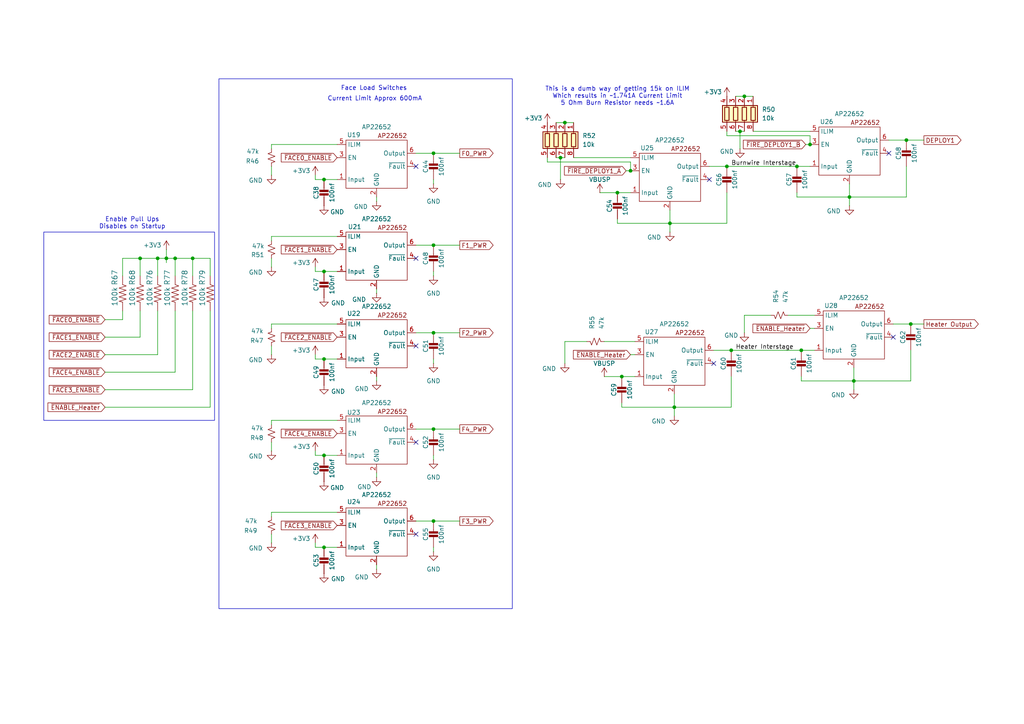
<source format=kicad_sch>
(kicad_sch (version 20250114) (generator "eeschema") (generator_version "9.0")
  (paper "A4")
  (lib_symbols
    (symbol "Adafruit ItsyBitsy RP2040-eagle-import:CAP_CERAMIC_0402NO"
      (property "Reference" "C" (at -2.29 1.25 90))
      (property "Value" "CAP_CERAMIC_0402NO" (at 2.3 1.25 90))
      (symbol "CAP_CERAMIC_0402NO_1_0"
        (rectangle (start -1.27 1.524) (end 1.27 2.032) (fill (type outline)))
        (rectangle (start -1.27 0.508) (end 1.27 1.016) (fill (type outline)))
        (polyline (pts (xy 0 2.54) (xy 0 1.778)) (stroke (width 0.1524)))
        (polyline (pts (xy 0 0.762) (xy 0 0)) (stroke (width 0.1524)))
        (pin passive line (at 0 5.08 270) (length 2.54) (name "1") (number "1"))
        (pin passive line (at 0 -2.54 90) (length 2.54) (name "2") (number "2"))
      )
    )
    (symbol "Device:R_Pack04" (pin_names (offset 0) (hide yes))
      (property "Reference" "RN" (at -7.62 0 90))
      (property "Value" "R_Pack04" (at 5.08 0 90))
      (symbol "R_Pack04_0_1"
        (rectangle (start -6.35 -2.413) (end 3.81 2.413) (stroke (width 0.254)) (fill (type background)))
        (rectangle (start -5.715 1.905) (end -4.445 -1.905) (stroke (width 0.254)))
        (polyline (pts (xy -5.08 1.905) (xy -5.08 2.54)))
        (polyline (pts (xy -5.08 -2.54) (xy -5.08 -1.905)))
        (rectangle (start -3.175 1.905) (end -1.905 -1.905) (stroke (width 0.254)))
        (polyline (pts (xy -2.54 1.905) (xy -2.54 2.54)))
        (polyline (pts (xy -2.54 -2.54) (xy -2.54 -1.905)))
        (rectangle (start -0.635 1.905) (end 0.635 -1.905) (stroke (width 0.254)))
        (polyline (pts (xy 0 1.905) (xy 0 2.54)))
        (polyline (pts (xy 0 -2.54) (xy 0 -1.905)))
        (rectangle (start 1.905 1.905) (end 3.175 -1.905) (stroke (width 0.254)))
        (polyline (pts (xy 2.54 1.905) (xy 2.54 2.54)))
        (polyline (pts (xy 2.54 -2.54) (xy 2.54 -1.905)))
      )
      (symbol "R_Pack04_1_1"
        (pin passive line (at -5.08 5.08 270) (length 2.54) (name "R1.2") (number "8"))
        (pin passive line (at -5.08 -5.08 90) (length 2.54) (name "R1.1") (number "1"))
        (pin passive line (at -2.54 5.08 270) (length 2.54) (name "R2.2") (number "7"))
        (pin passive line (at -2.54 -5.08 90) (length 2.54) (name "R2.1") (number "2"))
        (pin passive line (at 0 5.08 270) (length 2.54) (name "R3.2") (number "6"))
        (pin passive line (at 0 -5.08 90) (length 2.54) (name "R3.1") (number "3"))
        (pin passive line (at 2.54 5.08 270) (length 2.54) (name "R4.2") (number "5"))
        (pin passive line (at 2.54 -5.08 90) (length 2.54) (name "R4.1") (number "4"))
      )
    )
    (symbol "Device:R_Small_US" (pin_numbers (hide yes)) (pin_names (offset 0.254) (hide yes))
      (property "Reference" "R" (at 0.762 0.508 0))
      (property "Value" "R_Small_US" (at 0.762 -1.016 0))
      (symbol "R_Small_US_1_1"
        (polyline (pts (xy 0 1.524) (xy 1.016 1.143) (xy 0 0.762) (xy -1.016 0.381) (xy 0 0)))
        (polyline (pts (xy 0 0) (xy 1.016 -0.381) (xy 0 -0.762) (xy -1.016 -1.143) (xy 0 -1.524)))
        (pin passive line (at 0 2.54 270) (length 1.016) (name "~") (number "1"))
        (pin passive line (at 0 -2.54 90) (length 1.016) (name "~") (number "2"))
      )
    )
    (symbol "GND_1" (power) (pin_numbers (hide yes)) (pin_names (offset 0) (hide yes))
      (property "Value" "GND" (at 0 -3.81 0))
      (symbol "GND_1_0_1"
        (polyline (pts (xy 0 0) (xy 0 -1.27) (xy 1.27 -1.27) (xy 0 -2.54) (xy -1.27 -1.27) (xy 0 -1.27)))
      )
      (symbol "GND_1_1_1"
        (pin power_in line (at 0 0 270) (length 0) (name "~") (number "1"))
      )
    )
    (symbol "Power_Management:AP22652"
      (property "Reference" "U" (at -7.874 9.906 0))
      (symbol "AP22652_0_1"
        (rectangle (start -8.89 8.89) (end 8.89 -5.08))
      )
      (symbol "AP22652_1_1"
        (text "AP22652" (at 4.572 10.16 0) (effects (font (size 1.27 1.27))))
        (pin input line (at -11.43 7.62 0) (length 2.54) (name "ILIM") (number "5"))
        (pin input line (at -11.43 3.81 0) (length 2.54) (name "EN") (number "3"))
        (pin input line (at -11.43 -2.54 0) (length 2.54) (name "Input") (number "1"))
        (pin input line (at 0 -7.62 90) (length 2.54) (name "GND") (number "2"))
        (pin output line (at 11.43 5.08 180) (length 2.54) (name "Output") (number "6"))
        (pin output line (at 11.43 1.27 180) (length 2.54) (name "~{Fault}") (number "4"))
      )
    )
    (symbol "mainboard:R-US_R0603" (pin_names (offset 1.016))
      (property "Reference" "R" (at -3.81 1.4986 0))
      (property "Value" "R-US_R0603" (at -3.81 -3.302 0))
      (symbol "R-US_R0603_1_0"
        (polyline (pts (xy -2.54 0) (xy -2.159 1.016)))
        (polyline (pts (xy -2.159 1.016) (xy -1.524 -1.016)))
        (polyline (pts (xy -1.524 -1.016) (xy -0.889 1.016)))
        (polyline (pts (xy -0.889 1.016) (xy -0.254 -1.016)))
        (polyline (pts (xy -0.254 -1.016) (xy 0.381 1.016)))
        (polyline (pts (xy 0.381 1.016) (xy 1.016 -1.016)))
        (polyline (pts (xy 1.016 -1.016) (xy 1.651 1.016)))
        (polyline (pts (xy 1.651 1.016) (xy 2.286 -1.016)))
        (polyline (pts (xy 2.286 -1.016) (xy 2.54 0)))
        (pin passive line (at -5.08 0 0) (length 2.54) (name "1") (number "1"))
        (pin passive line (at 5.08 0 180) (length 2.54) (name "2") (number "2"))
      )
    )
    (symbol "power:+3V3" (power) (pin_numbers (hide yes)) (pin_names (offset 0) (hide yes))
      (property "Value" "+3V3" (at 0 3.556 0))
      (symbol "+3V3_0_1"
        (polyline (pts (xy -0.762 1.27) (xy 0 2.54)))
        (polyline (pts (xy 0 2.54) (xy 0.762 1.27)))
        (polyline (pts (xy 0 0) (xy 0 2.54)))
      )
      (symbol "+3V3_1_1"
        (pin power_in line (at 0 0 90) (length 0) (name "~") (number "1"))
      )
    )
    (symbol "power:VBUS" (power) (pin_numbers (hide yes)) (pin_names (offset 0) (hide yes))
      (property "Value" "VBUS" (at 0 3.556 0))
      (symbol "VBUS_0_1"
        (polyline (pts (xy -0.762 1.27) (xy 0 2.54)))
        (polyline (pts (xy 0 2.54) (xy 0.762 1.27)))
        (polyline (pts (xy 0 0) (xy 0 2.54)))
      )
      (symbol "VBUS_1_1"
        (pin power_in line (at 0 0 90) (length 0) (name "~") (number "1"))
      )
    )
  )
  (rectangle (start 12.7 67.31) (end 62.23 121.92))
  (rectangle (start 63.5 22.86) (end 148.59 176.53))
  (text "Current Limit Approx 600mA" (at 108.712 28.702 0) (effects (font (size 1.27 1.27))))
  (text "This is a dumb way of getting 15k on ILIM\nWhich results in ~1.741A Current Limit\n5 Ohm Burn Resistor needs ~1.6A" (at 179.07 27.94 0) (effects (font (size 1.27 1.27))))
  (text "Enable Pull Ups\nDisables on Startup" (at 38.354 64.77 0) (effects (font (size 1.27 1.27))))
  (text "Face Load Switches\n" (at 108.458 25.654 0) (effects (font (size 1.27 1.27))))
  (junction (at 45.72 74.93))
  (junction (at 215.9 27.94))
  (junction (at 214.63 38.1))
  (junction (at 125.73 96.52))
  (junction (at 163.83 35.56))
  (junction (at 179.07 55.88))
  (junction (at 262.89 40.64))
  (junction (at 40.64 74.93))
  (junction (at 162.56 45.72))
  (junction (at 180.34 109.22))
  (junction (at 264.16 93.98))
  (junction (at 212.09 101.6))
  (junction (at 195.58 118.11))
  (junction (at 93.98 132.08))
  (junction (at 93.98 158.75))
  (junction (at 232.41 101.6))
  (junction (at 125.73 124.46))
  (junction (at 93.98 78.74))
  (junction (at 247.65 110.49))
  (junction (at 246.38 57.15))
  (junction (at 93.98 104.14))
  (junction (at 210.82 48.26))
  (junction (at 194.31 64.77))
  (junction (at 234.95 41.91))
  (junction (at 55.88 74.93))
  (junction (at 182.88 49.53))
  (junction (at 125.73 71.12))
  (junction (at 50.8 74.93))
  (junction (at 125.73 44.45))
  (junction (at 231.14 48.26))
  (junction (at 93.98 52.07))
  (junction (at 125.73 151.13))
  (junction (at 48.26 74.93))
  (no_connect (at 120.65 128.27))
  (no_connect (at 120.65 100.33))
  (no_connect (at 257.81 44.45))
  (no_connect (at 259.08 97.79))
  (no_connect (at 120.65 74.93))
  (no_connect (at 205.74 52.07))
  (no_connect (at 120.65 154.94))
  (no_connect (at 207.01 105.41))
  (no_connect (at 120.65 48.26))
  (wire (pts (xy 163.83 99.06) (xy 163.83 105.41)))
  (wire (pts (xy 262.89 40.64) (xy 267.97 40.64)))
  (wire (pts (xy 78.74 121.92) (xy 97.79 121.92)))
  (wire (pts (xy 232.41 109.22) (xy 232.41 110.49)))
  (wire (pts (xy 214.63 38.1) (xy 215.9 38.1)))
  (wire (pts (xy 218.44 38.1) (xy 234.95 38.1)))
  (wire (pts (xy 40.64 74.93) (xy 40.64 80.01)))
  (wire (pts (xy 210.82 55.88) (xy 210.82 64.77)))
  (wire (pts (xy 50.8 107.95) (xy 50.8 90.17)))
  (wire (pts (xy 125.73 132.08) (xy 125.73 133.35)))
  (wire (pts (xy 78.74 48.26) (xy 78.74 50.8)))
  (wire (pts (xy 35.56 80.01) (xy 35.56 74.93)))
  (wire (pts (xy 182.88 46.99) (xy 158.75 46.99)))
  (wire (pts (xy 233.68 41.91) (xy 234.95 41.91)))
  (wire (pts (xy 93.98 104.14) (xy 97.79 104.14)))
  (wire (pts (xy 212.09 118.11) (xy 195.58 118.11)))
  (wire (pts (xy 30.48 92.71) (xy 35.56 92.71)))
  (wire (pts (xy 161.29 35.56) (xy 163.83 35.56)))
  (wire (pts (xy 78.74 128.27) (xy 78.74 130.81)))
  (wire (pts (xy 210.82 48.26) (xy 231.14 48.26)))
  (wire (pts (xy 97.79 93.98) (xy 78.74 93.98)))
  (wire (pts (xy 40.64 74.93) (xy 45.72 74.93)))
  (wire (pts (xy 60.96 80.01) (xy 60.96 74.93)))
  (wire (pts (xy 91.44 130.81) (xy 91.44 132.08)))
  (wire (pts (xy 35.56 74.93) (xy 40.64 74.93)))
  (wire (pts (xy 120.65 96.52) (xy 125.73 96.52)))
  (wire (pts (xy 55.88 74.93) (xy 50.8 74.93)))
  (wire (pts (xy 91.44 132.08) (xy 93.98 132.08)))
  (wire (pts (xy 194.31 60.96) (xy 194.31 64.77)))
  (wire (pts (xy 205.74 48.26) (xy 210.82 48.26)))
  (wire (pts (xy 120.65 44.45) (xy 125.73 44.45)))
  (wire (pts (xy 78.74 93.98) (xy 78.74 95.25)))
  (wire (pts (xy 264.16 110.49) (xy 247.65 110.49)))
  (wire (pts (xy 180.34 116.84) (xy 180.34 118.11)))
  (wire (pts (xy 125.73 71.12) (xy 133.35 71.12)))
  (wire (pts (xy 158.75 46.99) (xy 158.75 45.72)))
  (wire (pts (xy 60.96 74.93) (xy 55.88 74.93)))
  (wire (pts (xy 246.38 57.15) (xy 246.38 59.69)))
  (wire (pts (xy 195.58 118.11) (xy 195.58 120.65)))
  (wire (pts (xy 161.29 45.72) (xy 162.56 45.72)))
  (wire (pts (xy 231.14 48.26) (xy 234.95 48.26)))
  (wire (pts (xy 93.98 52.07) (xy 97.79 52.07)))
  (wire (pts (xy 179.07 55.88) (xy 182.88 55.88)))
  (wire (pts (xy 45.72 102.87) (xy 45.72 90.17)))
  (wire (pts (xy 162.56 45.72) (xy 163.83 45.72)))
  (wire (pts (xy 125.73 151.13) (xy 133.35 151.13)))
  (wire (pts (xy 78.74 74.93) (xy 78.74 77.47)))
  (wire (pts (xy 210.82 64.77) (xy 194.31 64.77)))
  (wire (pts (xy 246.38 53.34) (xy 246.38 57.15)))
  (wire (pts (xy 40.64 97.79) (xy 40.64 90.17)))
  (wire (pts (xy 109.22 137.16) (xy 109.22 138.43)))
  (wire (pts (xy 215.9 27.94) (xy 218.44 27.94)))
  (wire (pts (xy 97.79 41.91) (xy 78.74 41.91)))
  (wire (pts (xy 264.16 93.98) (xy 267.97 93.98)))
  (wire (pts (xy 207.01 101.6) (xy 212.09 101.6)))
  (wire (pts (xy 30.48 113.03) (xy 55.88 113.03)))
  (wire (pts (xy 163.83 35.56) (xy 166.37 35.56)))
  (wire (pts (xy 45.72 74.93) (xy 45.72 80.01)))
  (wire (pts (xy 179.07 63.5) (xy 179.07 64.77)))
  (wire (pts (xy 231.14 57.15) (xy 246.38 57.15)))
  (wire (pts (xy 60.96 118.11) (xy 30.48 118.11)))
  (wire (pts (xy 91.44 102.87) (xy 91.44 104.14)))
  (wire (pts (xy 262.89 57.15) (xy 246.38 57.15)))
  (wire (pts (xy 78.74 100.33) (xy 78.74 102.87)))
  (wire (pts (xy 259.08 93.98) (xy 264.16 93.98)))
  (wire (pts (xy 55.88 80.01) (xy 55.88 74.93)))
  (wire (pts (xy 78.74 148.59) (xy 78.74 149.86)))
  (wire (pts (xy 48.26 72.39) (xy 48.26 74.93)))
  (wire (pts (xy 125.73 44.45) (xy 133.35 44.45)))
  (wire (pts (xy 48.26 74.93) (xy 50.8 74.93)))
  (wire (pts (xy 210.82 39.37) (xy 210.82 38.1)))
  (wire (pts (xy 179.07 64.77) (xy 194.31 64.77)))
  (wire (pts (xy 195.58 114.3) (xy 195.58 118.11)))
  (wire (pts (xy 213.36 38.1) (xy 214.63 38.1)))
  (wire (pts (xy 182.88 102.87) (xy 184.15 102.87)))
  (wire (pts (xy 247.65 106.68) (xy 247.65 110.49)))
  (wire (pts (xy 60.96 90.17) (xy 60.96 118.11)))
  (wire (pts (xy 91.44 78.74) (xy 93.98 78.74)))
  (wire (pts (xy 48.26 76.2) (xy 48.26 74.93)))
  (wire (pts (xy 30.48 97.79) (xy 40.64 97.79)))
  (wire (pts (xy 213.36 27.94) (xy 215.9 27.94)))
  (wire (pts (xy 93.98 132.08) (xy 97.79 132.08)))
  (wire (pts (xy 257.81 40.64) (xy 262.89 40.64)))
  (wire (pts (xy 247.65 110.49) (xy 247.65 113.03)))
  (wire (pts (xy 163.83 99.06) (xy 170.18 99.06)))
  (wire (pts (xy 125.73 52.07) (xy 125.73 53.34)))
  (wire (pts (xy 228.6 91.44) (xy 236.22 91.44)))
  (wire (pts (xy 97.79 148.59) (xy 78.74 148.59)))
  (wire (pts (xy 214.63 38.1) (xy 214.63 43.18)))
  (wire (pts (xy 194.31 64.77) (xy 194.31 67.31)))
  (wire (pts (xy 109.22 83.82) (xy 109.22 85.09)))
  (wire (pts (xy 91.44 157.48) (xy 91.44 158.75)))
  (wire (pts (xy 232.41 110.49) (xy 247.65 110.49)))
  (wire (pts (xy 30.48 102.87) (xy 45.72 102.87)))
  (wire (pts (xy 215.9 91.44) (xy 215.9 96.52)))
  (wire (pts (xy 264.16 101.6) (xy 264.16 110.49)))
  (wire (pts (xy 78.74 43.18) (xy 78.74 41.91)))
  (wire (pts (xy 55.88 113.03) (xy 55.88 90.17)))
  (wire (pts (xy 91.44 77.47) (xy 91.44 78.74)))
  (wire (pts (xy 91.44 50.8) (xy 91.44 52.07)))
  (wire (pts (xy 173.99 55.88) (xy 179.07 55.88)))
  (wire (pts (xy 109.22 57.15) (xy 109.22 58.42)))
  (wire (pts (xy 232.41 101.6) (xy 236.22 101.6)))
  (wire (pts (xy 125.73 104.14) (xy 125.73 105.41)))
  (wire (pts (xy 125.73 96.52) (xy 133.35 96.52)))
  (wire (pts (xy 215.9 91.44) (xy 223.52 91.44)))
  (wire (pts (xy 180.34 118.11) (xy 195.58 118.11)))
  (wire (pts (xy 50.8 80.01) (xy 50.8 74.93)))
  (wire (pts (xy 78.74 121.92) (xy 78.74 123.19)))
  (wire (pts (xy 30.48 107.95) (xy 50.8 107.95)))
  (wire (pts (xy 120.65 71.12) (xy 125.73 71.12)))
  (wire (pts (xy 234.95 41.91) (xy 234.95 39.37)))
  (wire (pts (xy 91.44 104.14) (xy 93.98 104.14)))
  (wire (pts (xy 125.73 124.46) (xy 133.35 124.46)))
  (wire (pts (xy 175.26 109.22) (xy 180.34 109.22)))
  (wire (pts (xy 78.74 68.58) (xy 97.79 68.58)))
  (wire (pts (xy 162.56 45.72) (xy 162.56 52.07)))
  (wire (pts (xy 125.73 158.75) (xy 125.73 160.02)))
  (wire (pts (xy 234.95 95.25) (xy 236.22 95.25)))
  (wire (pts (xy 91.44 52.07) (xy 93.98 52.07)))
  (wire (pts (xy 120.65 124.46) (xy 125.73 124.46)))
  (wire (pts (xy 45.72 74.93) (xy 48.26 74.93)))
  (wire (pts (xy 125.73 78.74) (xy 125.73 80.01)))
  (wire (pts (xy 262.89 48.26) (xy 262.89 57.15)))
  (wire (pts (xy 234.95 39.37) (xy 210.82 39.37)))
  (wire (pts (xy 35.56 92.71) (xy 35.56 90.17)))
  (wire (pts (xy 78.74 68.58) (xy 78.74 69.85)))
  (wire (pts (xy 212.09 109.22) (xy 212.09 118.11)))
  (wire (pts (xy 78.74 154.94) (xy 78.74 157.48)))
  (wire (pts (xy 91.44 158.75) (xy 93.98 158.75)))
  (wire (pts (xy 180.34 109.22) (xy 184.15 109.22)))
  (wire (pts (xy 212.09 101.6) (xy 232.41 101.6)))
  (wire (pts (xy 175.26 99.06) (xy 184.15 99.06)))
  (wire (pts (xy 166.37 45.72) (xy 182.88 45.72)))
  (wire (pts (xy 182.88 49.53) (xy 182.88 46.99)))
  (wire (pts (xy 181.61 49.53) (xy 182.88 49.53)))
  (wire (pts (xy 109.22 109.22) (xy 109.22 110.49)))
  (wire (pts (xy 120.65 151.13) (xy 125.73 151.13)))
  (wire (pts (xy 93.98 78.74) (xy 97.79 78.74)))
  (wire (pts (xy 93.98 158.75) (xy 97.79 158.75)))
  (wire (pts (xy 109.22 163.83) (xy 109.22 165.1)))
  (wire (pts (xy 231.14 55.88) (xy 231.14 57.15)))
  (label "Burnwire Interstage" (at 212.09 48.26 0))
  (label "Heater Interstage" (at 213.36 101.6 0))
  (global_label "~{FACE0_ENABLE}" (shape input) (at 97.79 45.72 180) (property "Intersheetrefs" "${INTERSHEET_REFS}" (effects (hide yes))))
  (global_label "F3_PWR" (shape output) (at 133.35 151.13 0) (property "Intersheetrefs" "${INTERSHEET_REFS}" (effects (hide yes))))
  (global_label "~{FACE1_ENABLE}" (shape input) (at 97.79 72.39 180) (property "Intersheetrefs" "${INTERSHEET_REFS}" (effects (hide yes))))
  (global_label "DEPLOY1" (shape output) (at 267.97 40.64 0) (property "Intersheetrefs" "${INTERSHEET_REFS}" (effects (hide yes))))
  (global_label "Heater Output" (shape output) (at 267.97 93.98 0) (property "Intersheetrefs" "${INTERSHEET_REFS}" (effects (hide yes))))
  (global_label "~{FIRE_DEPLOY1_B}" (shape input) (at 233.68 41.91 180) (property "Intersheetrefs" "${INTERSHEET_REFS}" (effects (hide yes))))
  (global_label "~{FACE1_ENABLE}" (shape input) (at 30.48 97.79 180) (property "Intersheetrefs" "${INTERSHEET_REFS}" (effects (hide yes))))
  (global_label "~{ENABLE_Heater}" (shape input) (at 182.88 102.87 180) (property "Intersheetrefs" "${INTERSHEET_REFS}" (effects (hide yes))))
  (global_label "~{ENABLE_Heater}" (shape input) (at 234.95 95.25 180) (property "Intersheetrefs" "${INTERSHEET_REFS}" (effects (hide yes))))
  (global_label "~{FACE4_ENABLE}" (shape input) (at 97.79 125.73 180) (property "Intersheetrefs" "${INTERSHEET_REFS}" (effects (hide yes))))
  (global_label "F0_PWR" (shape output) (at 133.35 44.45 0) (property "Intersheetrefs" "${INTERSHEET_REFS}" (effects (hide yes))))
  (global_label "~{FACE4_ENABLE}" (shape input) (at 30.48 107.95 180) (property "Intersheetrefs" "${INTERSHEET_REFS}" (effects (hide yes))))
  (global_label "~{FACE3_ENABLE}" (shape input) (at 97.79 152.4 180) (property "Intersheetrefs" "${INTERSHEET_REFS}" (effects (hide yes))))
  (global_label "~{FIRE_DEPLOY1_A}" (shape input) (at 181.61 49.53 180) (property "Intersheetrefs" "${INTERSHEET_REFS}" (effects (hide yes))))
  (global_label "~{FACE2_ENABLE}" (shape input) (at 30.48 102.87 180) (property "Intersheetrefs" "${INTERSHEET_REFS}" (effects (hide yes))))
  (global_label "F1_PWR" (shape output) (at 133.35 71.12 0) (property "Intersheetrefs" "${INTERSHEET_REFS}" (effects (hide yes))))
  (global_label "F4_PWR" (shape output) (at 133.35 124.46 0) (property "Intersheetrefs" "${INTERSHEET_REFS}" (effects (hide yes))))
  (global_label "~{FACE0_ENABLE}" (shape input) (at 30.48 92.71 180) (property "Intersheetrefs" "${INTERSHEET_REFS}" (effects (hide yes))))
  (global_label "F2_PWR" (shape output) (at 133.35 96.52 0) (property "Intersheetrefs" "${INTERSHEET_REFS}" (effects (hide yes))))
  (global_label "~{FACE3_ENABLE}" (shape input) (at 30.48 113.03 180) (property "Intersheetrefs" "${INTERSHEET_REFS}" (effects (hide yes))))
  (global_label "~{ENABLE_Heater}" (shape input) (at 30.48 118.11 180) (property "Intersheetrefs" "${INTERSHEET_REFS}" (effects (hide yes))))
  (global_label "~{FACE2_ENABLE}" (shape input) (at 97.79 97.79 180) (property "Intersheetrefs" "${INTERSHEET_REFS}" (effects (hide yes))))
  (symbol (lib_id "Device:R_Small_US") (at 226.06 91.44 90) (mirror x) (unit 1)
    (property "Reference" "R54" (at 225.044 87.884 0) (effects (justify right)))
    (property "Value" "47k" (at 227.838 87.884 0) (effects (justify right)))
    (property "Footprint" "Resistor_SMD:R_0603_1608Metric" (effects (hide yes)))
    (property "Description" "47 kOhms ±1% 0.1W, 1/10W Chip Resistor 0603 (1608 Metric) Automotive AEC-Q200 Thick Film" (effects (hide yes)))
    (property "DPN" "RMCF0603FT47K0CT-ND" (effects (hide yes)))
    (property "DST" "Digi-Key" (effects (hide yes)))
    (property "MFR" "Stackpole Electronics Inc" (effects (hide yes)))
    (property "MPN" "RMCF0603FT47K0" (effects (hide yes)))
  )
  (symbol (lib_name "GND_1") (lib_id "power:GND") (at 78.74 50.8 0) (unit 1)
    (property "Reference" "#PWR0133" (effects (hide yes)))
    (property "Value" "GND" (at 74.168 52.324 0))
    (property "Description" "Power symbol creates a global label with name \"GND\" , ground" (effects (hide yes)))
  )
  (symbol (lib_name "GND_1") (lib_id "power:GND") (at 215.9 96.52 0) (unit 1)
    (property "Reference" "#PWR0154" (effects (hide yes)))
    (property "Value" "GND" (at 212.09 97.282 0))
    (property "Description" "Power symbol creates a global label with name \"GND\" , ground" (effects (hide yes)))
  )
  (symbol (lib_id "Adafruit ItsyBitsy RP2040-eagle-import:CAP_CERAMIC_0402NO") (at 179.07 60.96 0) (unit 1)
    (property "Reference" "C54" (at 176.78 59.71 90))
    (property "Value" "100nf" (at 181.37 59.71 90))
    (property "Footprint" "Capacitor_SMD:C_0402_1005Metric" (effects (hide yes)))
  )
  (symbol (lib_name "GND_1") (lib_id "power:GND") (at 93.98 111.76 0) (unit 1)
    (property "Reference" "#PWR0127" (effects (hide yes)))
    (property "Value" "GND" (at 98.044 113.538 0))
    (property "Description" "Power symbol creates a global label with name \"GND\" , ground" (effects (hide yes)))
  )
  (symbol (lib_id "Power_Management:AP22652") (at 246.38 45.72 0) (unit 1)
    (property "Reference" "U26" (at 239.776 35.306 0))
    (property "Value" "AP22652" (at 246.38 33.02 0))
    (property "Footprint" "SOT26:SOT26" (effects (hide yes)))
  )
  (symbol (lib_id "Adafruit ItsyBitsy RP2040-eagle-import:CAP_CERAMIC_0402NO") (at 125.73 129.54 0) (unit 1)
    (property "Reference" "C52" (at 123.44 128.29 90))
    (property "Value" "100nf" (at 128.03 128.29 90))
    (property "Footprint" "Capacitor_SMD:C_0402_1005Metric" (effects (hide yes)))
  )
  (symbol (lib_id "Adafruit ItsyBitsy RP2040-eagle-import:CAP_CERAMIC_0402NO") (at 210.82 53.34 0) (unit 1)
    (property "Reference" "C56" (at 208.53 52.09 90))
    (property "Value" "100nf" (at 213.12 52.09 90))
    (property "Footprint" "Capacitor_SMD:C_0402_1005Metric" (effects (hide yes)))
  )
  (symbol (lib_id "Device:R_Small_US") (at 78.74 97.79 0) (mirror x) (unit 1)
    (property "Reference" "R47" (at 76.454 98.806 0) (effects (justify right)))
    (property "Value" "47k" (at 76.454 96.012 0) (effects (justify right)))
    (property "Footprint" "Resistor_SMD:R_0603_1608Metric" (effects (hide yes)))
    (property "Description" "47 kOhms ±1% 0.1W, 1/10W Chip Resistor 0603 (1608 Metric) Automotive AEC-Q200 Thick Film" (effects (hide yes)))
    (property "DPN" "RMCF0603FT47K0CT-ND" (effects (hide yes)))
    (property "DST" "Digi-Key" (effects (hide yes)))
    (property "MFR" "Stackpole Electronics Inc" (effects (hide yes)))
    (property "MPN" "RMCF0603FT47K0" (effects (hide yes)))
  )
  (symbol (lib_id "mainboard:R-US_R0603") (at 55.88 85.09 270) (unit 1)
    (property "Reference" "R78" (at 53.594 82.804 0) (effects (font (size 1.4986 1.4986)) (justify right)))
    (property "Value" "100k" (at 53.594 88.9 0) (effects (font (size 1.4986 1.4986)) (justify right)))
    (property "Footprint" "Resistor_SMD:R_0603_1608Metric" (effects (hide yes)))
    (property "Description" "787K 0603" (effects (hide yes)))
  )
  (symbol (lib_name "GND_1") (lib_id "power:GND") (at 109.22 85.09 0) (unit 1)
    (property "Reference" "#PWR0123" (effects (hide yes)))
    (property "Value" "GND" (at 104.14 86.868 0))
    (property "Description" "Power symbol creates a global label with name \"GND\" , ground" (effects (hide yes)))
  )
  (symbol (lib_id "Power_Management:AP22652") (at 109.22 101.6 0) (unit 1)
    (property "Reference" "U22" (at 102.616 90.932 0))
    (property "Value" "AP22652" (at 109.22 88.9 0))
    (property "Footprint" "SOT26:SOT26" (effects (hide yes)))
  )
  (symbol (lib_name "GND_1") (lib_id "power:GND") (at 194.31 67.31 0) (unit 1)
    (property "Reference" "#PWR0145" (effects (hide yes)))
    (property "Value" "GND" (at 189.738 68.834 0))
    (property "Description" "Power symbol creates a global label with name \"GND\" , ground" (effects (hide yes)))
  )
  (symbol (lib_name "GND_1") (lib_id "power:GND") (at 93.98 166.37 0) (unit 1)
    (property "Reference" "#PWR0136" (effects (hide yes)))
    (property "Value" "GND" (at 98.044 167.894 0))
    (property "Description" "Power symbol creates a global label with name \"GND\" , ground" (effects (hide yes)))
  )
  (symbol (lib_name "GND_1") (lib_id "power:GND") (at 125.73 160.02 0) (unit 1)
    (property "Reference" "#PWR0140" (effects (hide yes)))
    (property "Value" "GND" (at 125.73 165.1 0))
    (property "Description" "Power symbol creates a global label with name \"GND\" , ground" (effects (hide yes)))
  )
  (symbol (lib_name "GND_1") (lib_id "power:GND") (at 109.22 58.42 0) (unit 1)
    (property "Reference" "#PWR0117" (effects (hide yes)))
    (property "Value" "GND" (at 104.648 59.944 0))
    (property "Description" "Power symbol creates a global label with name \"GND\" , ground" (effects (hide yes)))
  )
  (symbol (lib_name "GND_1") (lib_id "power:GND") (at 93.98 59.69 0) (unit 1)
    (property "Reference" "#PWR0119" (effects (hide yes)))
    (property "Value" "GND" (at 97.79 61.468 0))
    (property "Description" "Power symbol creates a global label with name \"GND\" , ground" (effects (hide yes)))
  )
  (symbol (lib_id "power:+3V3") (at 48.26 72.39 0) (unit 1)
    (property "Reference" "#PWR0149" (effects (hide yes)))
    (property "Value" "+3V3" (at 44.196 71.12 0))
    (property "Description" "Power symbol creates a global label with name \"+3V3\"" (effects (hide yes)))
  )
  (symbol (lib_name "GND_1") (lib_id "power:GND") (at 93.98 139.7 0) (unit 1)
    (property "Reference" "#PWR0128" (effects (hide yes)))
    (property "Value" "GND" (at 97.79 141.478 0))
    (property "Description" "Power symbol creates a global label with name \"GND\" , ground" (effects (hide yes)))
  )
  (symbol (lib_id "Adafruit ItsyBitsy RP2040-eagle-import:CAP_CERAMIC_0402NO") (at 262.89 45.72 0) (unit 1)
    (property "Reference" "C58" (at 260.6 44.47 90))
    (property "Value" "100nf" (at 265.19 44.47 90))
    (property "Footprint" "Capacitor_SMD:C_0402_1005Metric" (effects (hide yes)))
  )
  (symbol (lib_id "power:+3V3") (at 91.44 77.47 0) (unit 1)
    (property "Reference" "#PWR0121" (effects (hide yes)))
    (property "Value" "+3V3" (at 87.376 76.2 0))
    (property "Description" "Power symbol creates a global label with name \"+3V3\"" (effects (hide yes)))
  )
  (symbol (lib_id "Power_Management:AP22652") (at 109.22 129.54 0) (unit 1)
    (property "Reference" "U23" (at 102.616 119.634 0))
    (property "Value" "AP22652" (at 109.22 116.84 0))
    (property "Footprint" "SOT26:SOT26" (effects (hide yes)))
  )
  (symbol (lib_id "Adafruit ItsyBitsy RP2040-eagle-import:CAP_CERAMIC_0402NO") (at 93.98 83.82 0) (unit 1)
    (property "Reference" "C47" (at 91.69 82.57 90))
    (property "Value" "100nf" (at 96.28 82.57 90))
    (property "Footprint" "Capacitor_SMD:C_0402_1005Metric" (effects (hide yes)))
  )
  (symbol (lib_id "Device:R_Small_US") (at 78.74 152.4 0) (mirror x) (unit 1)
    (property "Reference" "R49" (at 74.676 153.924 0) (effects (justify right)))
    (property "Value" "47k" (at 74.676 151.13 0) (effects (justify right)))
    (property "Footprint" "Resistor_SMD:R_0603_1608Metric" (effects (hide yes)))
    (property "Description" "47 kOhms ±1% 0.1W, 1/10W Chip Resistor 0603 (1608 Metric) Automotive AEC-Q200 Thick Film" (effects (hide yes)))
    (property "DPN" "RMCF0603FT47K0CT-ND" (effects (hide yes)))
    (property "DST" "Digi-Key" (effects (hide yes)))
    (property "MFR" "Stackpole Electronics Inc" (effects (hide yes)))
    (property "MPN" "RMCF0603FT47K0" (effects (hide yes)))
  )
  (symbol (lib_id "Adafruit ItsyBitsy RP2040-eagle-import:CAP_CERAMIC_0402NO") (at 264.16 99.06 0) (unit 1)
    (property "Reference" "C62" (at 261.87 97.81 90))
    (property "Value" "100nf" (at 266.46 97.81 90))
    (property "Footprint" "Capacitor_SMD:C_0402_1005Metric" (effects (hide yes)))
  )
  (symbol (lib_name "GND_1") (lib_id "power:GND") (at 125.73 53.34 0) (unit 1)
    (property "Reference" "#PWR0118" (effects (hide yes)))
    (property "Value" "GND" (at 125.73 58.42 0))
    (property "Description" "Power symbol creates a global label with name \"GND\" , ground" (effects (hide yes)))
  )
  (symbol (lib_id "Adafruit ItsyBitsy RP2040-eagle-import:CAP_CERAMIC_0402NO") (at 93.98 57.15 0) (unit 1)
    (property "Reference" "C38" (at 91.69 55.9 90))
    (property "Value" "100nf" (at 96.28 55.9 90))
    (property "Footprint" "Capacitor_SMD:C_0402_1005Metric" (effects (hide yes)))
  )
  (symbol (lib_id "power:+3V3") (at 91.44 50.8 0) (unit 1)
    (property "Reference" "#PWR0120" (effects (hide yes)))
    (property "Value" "+3V3" (at 87.376 49.53 0))
    (property "Description" "Power symbol creates a global label with name \"+3V3\"" (effects (hide yes)))
  )
  (symbol (lib_id "mainboard:R-US_R0603") (at 50.8 85.09 270) (unit 1)
    (property "Reference" "R77" (at 48.514 82.804 0) (effects (font (size 1.4986 1.4986)) (justify right)))
    (property "Value" "100k" (at 48.514 88.9 0) (effects (font (size 1.4986 1.4986)) (justify right)))
    (property "Footprint" "Resistor_SMD:R_0603_1608Metric" (effects (hide yes)))
    (property "Description" "787K 0603" (effects (hide yes)))
  )
  (symbol (lib_id "Device:R_Small_US") (at 78.74 125.73 0) (mirror x) (unit 1)
    (property "Reference" "R48" (at 76.454 127 0) (effects (justify right)))
    (property "Value" "47k" (at 76.454 124.206 0) (effects (justify right)))
    (property "Footprint" "Resistor_SMD:R_0603_1608Metric" (effects (hide yes)))
    (property "Description" "47 kOhms ±1% 0.1W, 1/10W Chip Resistor 0603 (1608 Metric) Automotive AEC-Q200 Thick Film" (effects (hide yes)))
    (property "DPN" "RMCF0603FT47K0CT-ND" (effects (hide yes)))
    (property "DST" "Digi-Key" (effects (hide yes)))
    (property "MFR" "Stackpole Electronics Inc" (effects (hide yes)))
    (property "MPN" "RMCF0603FT47K0" (effects (hide yes)))
  )
  (symbol (lib_id "Adafruit ItsyBitsy RP2040-eagle-import:CAP_CERAMIC_0402NO") (at 125.73 156.21 0) (unit 1)
    (property "Reference" "C55" (at 123.44 154.96 90))
    (property "Value" "100nf" (at 128.03 154.96 90))
    (property "Footprint" "Capacitor_SMD:C_0402_1005Metric" (effects (hide yes)))
  )
  (symbol (lib_name "GND_1") (lib_id "power:GND") (at 246.38 59.69 0) (unit 1)
    (property "Reference" "#PWR0146" (effects (hide yes)))
    (property "Value" "GND" (at 241.808 61.214 0))
    (property "Description" "Power symbol creates a global label with name \"GND\" , ground" (effects (hide yes)))
  )
  (symbol (lib_id "Power_Management:AP22652") (at 109.22 156.21 0) (unit 1)
    (property "Reference" "U24" (at 102.616 145.542 0))
    (property "Value" "AP22652" (at 109.22 143.51 0))
    (property "Footprint" "SOT26:SOT26" (effects (hide yes)))
  )
  (symbol (lib_id "power:+3V3") (at 210.82 27.94 0) (unit 1)
    (property "Reference" "#PWR0148" (effects (hide yes)))
    (property "Value" "+3V3" (at 206.756 26.67 0))
    (property "Description" "Power symbol creates a global label with name \"+3V3\"" (effects (hide yes)))
  )
  (symbol (lib_id "Power_Management:AP22652") (at 109.22 76.2 0) (unit 1)
    (property "Reference" "U21" (at 102.87 65.786 0))
    (property "Value" "AP22652" (at 109.22 63.5 0))
    (property "Footprint" "SOT26:SOT26" (effects (hide yes)))
  )
  (symbol (lib_name "GND_1") (lib_id "power:GND") (at 78.74 130.81 0) (unit 1)
    (property "Reference" "#PWR0137" (effects (hide yes)))
    (property "Value" "GND" (at 74.168 132.334 0))
    (property "Description" "Power symbol creates a global label with name \"GND\" , ground" (effects (hide yes)))
  )
  (symbol (lib_id "Adafruit ItsyBitsy RP2040-eagle-import:CAP_CERAMIC_0402NO") (at 93.98 109.22 0) (unit 1)
    (property "Reference" "C49" (at 91.69 107.97 90))
    (property "Value" "100nf" (at 96.28 107.97 90))
    (property "Footprint" "Capacitor_SMD:C_0402_1005Metric" (effects (hide yes)))
  )
  (symbol (lib_id "Adafruit ItsyBitsy RP2040-eagle-import:CAP_CERAMIC_0402NO") (at 93.98 137.16 0) (unit 1)
    (property "Reference" "C50" (at 91.69 135.91 90))
    (property "Value" "100nf" (at 96.28 135.91 90))
    (property "Footprint" "Capacitor_SMD:C_0402_1005Metric" (effects (hide yes)))
  )
  (symbol (lib_name "GND_1") (lib_id "power:GND") (at 78.74 102.87 0) (unit 1)
    (property "Reference" "#PWR0141" (effects (hide yes)))
    (property "Value" "GND" (at 74.168 104.394 0))
    (property "Description" "Power symbol creates a global label with name \"GND\" , ground" (effects (hide yes)))
  )
  (symbol (lib_id "power:VBUS") (at 173.99 55.88 0) (unit 1)
    (property "Reference" "#PWR078" (effects (hide yes)))
    (property "Value" "VBUSP" (at 173.99 52.07 0))
    (property "Description" "Power symbol creates a global label with name \"VBUS\"" (effects (hide yes)))
  )
  (symbol (lib_name "GND_1") (lib_id "power:GND") (at 78.74 77.47 0) (unit 1)
    (property "Reference" "#PWR0135" (effects (hide yes)))
    (property "Value" "GND" (at 74.168 78.994 0))
    (property "Description" "Power symbol creates a global label with name \"GND\" , ground" (effects (hide yes)))
  )
  (symbol (lib_id "Adafruit ItsyBitsy RP2040-eagle-import:CAP_CERAMIC_0402NO") (at 125.73 49.53 0) (unit 1)
    (property "Reference" "C44" (at 123.44 48.28 90))
    (property "Value" "100nf" (at 128.03 48.28 90))
    (property "Footprint" "Capacitor_SMD:C_0402_1005Metric" (effects (hide yes)))
  )
  (symbol (lib_id "Device:R_Small_US") (at 172.72 99.06 90) (mirror x) (unit 1)
    (property "Reference" "R55" (at 171.704 95.504 0) (effects (justify right)))
    (property "Value" "47k" (at 174.498 95.504 0) (effects (justify right)))
    (property "Footprint" "Resistor_SMD:R_0603_1608Metric" (effects (hide yes)))
    (property "Description" "47 kOhms ±1% 0.1W, 1/10W Chip Resistor 0603 (1608 Metric) Automotive AEC-Q200 Thick Film" (effects (hide yes)))
    (property "DPN" "RMCF0603FT47K0CT-ND" (effects (hide yes)))
    (property "DST" "Digi-Key" (effects (hide yes)))
    (property "MFR" "Stackpole Electronics Inc" (effects (hide yes)))
    (property "MPN" "RMCF0603FT47K0" (effects (hide yes)))
  )
  (symbol (lib_id "Device:R_Small_US") (at 78.74 72.39 0) (mirror x) (unit 1)
    (property "Reference" "R51" (at 76.708 73.914 0) (effects (justify right)))
    (property "Value" "47k" (at 76.708 71.374 0) (effects (justify right)))
    (property "Footprint" "Resistor_SMD:R_0603_1608Metric" (effects (hide yes)))
    (property "Description" "47 kOhms ±1% 0.1W, 1/10W Chip Resistor 0603 (1608 Metric) Automotive AEC-Q200 Thick Film" (effects (hide yes)))
    (property "DPN" "RMCF0603FT47K0CT-ND" (effects (hide yes)))
    (property "DST" "Digi-Key" (effects (hide yes)))
    (property "MFR" "Stackpole Electronics Inc" (effects (hide yes)))
    (property "MPN" "RMCF0603FT47K0" (effects (hide yes)))
  )
  (symbol (lib_id "Power_Management:AP22652") (at 109.22 49.53 0) (unit 1)
    (property "Reference" "U19" (at 102.616 39.116 0))
    (property "Value" "AP22652" (at 109.22 36.83 0))
    (property "Footprint" "SOT26:SOT26" (effects (hide yes)))
  )
  (symbol (lib_name "GND_1") (lib_id "power:GND") (at 195.58 120.65 0) (unit 1)
    (property "Reference" "#PWR0152" (effects (hide yes)))
    (property "Value" "GND" (at 191.008 122.174 0))
    (property "Description" "Power symbol creates a global label with name \"GND\" , ground" (effects (hide yes)))
  )
  (symbol (lib_id "Adafruit ItsyBitsy RP2040-eagle-import:CAP_CERAMIC_0402NO") (at 212.09 106.68 0) (unit 1)
    (property "Reference" "C60" (at 209.8 105.43 90))
    (property "Value" "100nf" (at 214.39 105.43 90))
    (property "Footprint" "Capacitor_SMD:C_0402_1005Metric" (effects (hide yes)))
  )
  (symbol (lib_name "GND_1") (lib_id "power:GND") (at 109.22 110.49 0) (unit 1)
    (property "Reference" "#PWR0129" (effects (hide yes)))
    (property "Value" "GND" (at 104.902 112.776 0))
    (property "Description" "Power symbol creates a global label with name \"GND\" , ground" (effects (hide yes)))
  )
  (symbol (lib_id "Adafruit ItsyBitsy RP2040-eagle-import:CAP_CERAMIC_0402NO") (at 125.73 76.2 0) (unit 1)
    (property "Reference" "C48" (at 123.44 74.95 90))
    (property "Value" "100nf" (at 128.03 74.95 90))
    (property "Footprint" "Capacitor_SMD:C_0402_1005Metric" (effects (hide yes)))
  )
  (symbol (lib_name "GND_1") (lib_id "power:GND") (at 109.22 165.1 0) (unit 1)
    (property "Reference" "#PWR0138" (effects (hide yes)))
    (property "Value" "GND" (at 104.902 167.386 0))
    (property "Description" "Power symbol creates a global label with name \"GND\" , ground" (effects (hide yes)))
  )
  (symbol (lib_id "Adafruit ItsyBitsy RP2040-eagle-import:CAP_CERAMIC_0402NO") (at 93.98 163.83 0) (unit 1)
    (property "Reference" "C53" (at 91.69 162.58 90))
    (property "Value" "100nf" (at 96.28 162.58 90))
    (property "Footprint" "Capacitor_SMD:C_0402_1005Metric" (effects (hide yes)))
  )
  (symbol (lib_id "Adafruit ItsyBitsy RP2040-eagle-import:CAP_CERAMIC_0402NO") (at 231.14 53.34 0) (unit 1)
    (property "Reference" "C57" (at 228.85 52.09 90))
    (property "Value" "100nf" (at 233.44 52.09 90))
    (property "Footprint" "Capacitor_SMD:C_0402_1005Metric" (effects (hide yes)))
  )
  (symbol (lib_id "power:+3V3") (at 91.44 157.48 0) (unit 1)
    (property "Reference" "#PWR0134" (effects (hide yes)))
    (property "Value" "+3V3" (at 87.376 156.21 0))
    (property "Description" "Power symbol creates a global label with name \"+3V3\"" (effects (hide yes)))
  )
  (symbol (lib_id "power:VBUS") (at 175.26 109.22 0) (unit 1)
    (property "Reference" "#PWR092" (effects (hide yes)))
    (property "Value" "VBUSP" (at 175.26 105.41 0))
    (property "Description" "Power symbol creates a global label with name \"VBUS\"" (effects (hide yes)))
  )
  (symbol (lib_name "GND_1") (lib_id "power:GND") (at 214.63 43.18 0) (unit 1)
    (property "Reference" "#PWR0144" (effects (hide yes)))
    (property "Value" "GND" (at 210.82 43.942 0))
    (property "Description" "Power symbol creates a global label with name \"GND\" , ground" (effects (hide yes)))
  )
  (symbol (lib_id "power:+3V3") (at 158.75 35.56 0) (unit 1)
    (property "Reference" "#PWR0147" (effects (hide yes)))
    (property "Value" "+3V3" (at 154.686 34.29 0))
    (property "Description" "Power symbol creates a global label with name \"+3V3\"" (effects (hide yes)))
  )
  (symbol (lib_id "Adafruit ItsyBitsy RP2040-eagle-import:CAP_CERAMIC_0402NO") (at 125.73 101.6 0) (unit 1)
    (property "Reference" "C51" (at 123.44 100.35 90))
    (property "Value" "100nf" (at 128.03 100.35 90))
    (property "Footprint" "Capacitor_SMD:C_0402_1005Metric" (effects (hide yes)))
  )
  (symbol (lib_id "mainboard:R-US_R0603") (at 60.96 85.09 270) (unit 1)
    (property "Reference" "R79" (at 58.674 82.804 0) (effects (font (size 1.4986 1.4986)) (justify right)))
    (property "Value" "100k" (at 58.674 88.9 0) (effects (font (size 1.4986 1.4986)) (justify right)))
    (property "Footprint" "Resistor_SMD:R_0603_1608Metric" (effects (hide yes)))
    (property "Description" "787K 0603" (effects (hide yes)))
  )
  (symbol (lib_name "GND_1") (lib_id "power:GND") (at 163.83 105.41 0) (unit 1)
    (property "Reference" "#PWR0151" (effects (hide yes)))
    (property "Value" "GND" (at 159.258 106.934 0))
    (property "Description" "Power symbol creates a global label with name \"GND\" , ground" (effects (hide yes)))
  )
  (symbol (lib_name "GND_1") (lib_id "power:GND") (at 247.65 113.03 0) (unit 1)
    (property "Reference" "#PWR0155" (effects (hide yes)))
    (property "Value" "GND" (at 243.078 114.554 0))
    (property "Description" "Power symbol creates a global label with name \"GND\" , ground" (effects (hide yes)))
  )
  (symbol (lib_name "GND_1") (lib_id "power:GND") (at 125.73 105.41 0) (unit 1)
    (property "Reference" "#PWR0131" (effects (hide yes)))
    (property "Value" "GND" (at 125.73 110.49 0))
    (property "Description" "Power symbol creates a global label with name \"GND\" , ground" (effects (hide yes)))
  )
  (symbol (lib_id "mainboard:R-US_R0603") (at 40.64 85.09 270) (unit 1)
    (property "Reference" "R68" (at 38.354 82.804 0) (effects (font (size 1.4986 1.4986)) (justify right)))
    (property "Value" "100k" (at 38.354 88.9 0) (effects (font (size 1.4986 1.4986)) (justify right)))
    (property "Footprint" "Resistor_SMD:R_0603_1608Metric" (effects (hide yes)))
    (property "Description" "787K 0603" (effects (hide yes)))
  )
  (symbol (lib_id "power:+3V3") (at 91.44 130.81 0) (unit 1)
    (property "Reference" "#PWR0126" (effects (hide yes)))
    (property "Value" "+3V3" (at 87.376 129.54 0))
    (property "Description" "Power symbol creates a global label with name \"+3V3\"" (effects (hide yes)))
  )
  (symbol (lib_id "mainboard:R-US_R0603") (at 35.56 85.09 270) (unit 1)
    (property "Reference" "R67" (at 33.274 82.804 0) (effects (font (size 1.4986 1.4986)) (justify right)))
    (property "Value" "100k" (at 33.274 88.9 0) (effects (font (size 1.4986 1.4986)) (justify right)))
    (property "Footprint" "Resistor_SMD:R_0603_1608Metric" (effects (hide yes)))
    (property "Description" "787K 0603" (effects (hide yes)))
  )
  (symbol (lib_id "Adafruit ItsyBitsy RP2040-eagle-import:CAP_CERAMIC_0402NO") (at 232.41 106.68 0) (unit 1)
    (property "Reference" "C61" (at 230.12 105.43 90))
    (property "Value" "100nf" (at 234.71 105.43 90))
    (property "Footprint" "Capacitor_SMD:C_0402_1005Metric" (effects (hide yes)))
  )
  (symbol (lib_id "Power_Management:AP22652") (at 247.65 99.06 0) (unit 1)
    (property "Reference" "U28" (at 241.046 88.646 0))
    (property "Value" "AP22652" (at 247.65 86.36 0))
    (property "Footprint" "SOT26:SOT26" (effects (hide yes)))
  )
  (symbol (lib_name "GND_1") (lib_id "power:GND") (at 162.56 52.07 0) (unit 1)
    (property "Reference" "#PWR0143" (effects (hide yes)))
    (property "Value" "GND" (at 157.988 53.594 0))
    (property "Description" "Power symbol creates a global label with name \"GND\" , ground" (effects (hide yes)))
  )
  (symbol (lib_name "GND_1") (lib_id "power:GND") (at 93.98 86.36 0) (unit 1)
    (property "Reference" "#PWR0122" (effects (hide yes)))
    (property "Value" "GND" (at 98.044 87.884 0))
    (property "Description" "Power symbol creates a global label with name \"GND\" , ground" (effects (hide yes)))
  )
  (symbol (lib_id "Adafruit ItsyBitsy RP2040-eagle-import:CAP_CERAMIC_0402NO") (at 180.34 114.3 0) (unit 1)
    (property "Reference" "C59" (at 178.05 113.05 90))
    (property "Value" "100nf" (at 182.64 113.05 90))
    (property "Footprint" "Capacitor_SMD:C_0402_1005Metric" (effects (hide yes)))
  )
  (symbol (lib_id "Device:R_Small_US") (at 78.74 45.72 0) (mirror x) (unit 1)
    (property "Reference" "R46" (at 75.184 46.736 0) (effects (justify right)))
    (property "Value" "47k" (at 75.184 43.942 0) (effects (justify right)))
    (property "Footprint" "Resistor_SMD:R_0603_1608Metric" (effects (hide yes)))
    (property "Description" "47 kOhms ±1% 0.1W, 1/10W Chip Resistor 0603 (1608 Metric) Automotive AEC-Q200 Thick Film" (effects (hide yes)))
    (property "DPN" "RMCF0603FT47K0CT-ND" (effects (hide yes)))
    (property "DST" "Digi-Key" (effects (hide yes)))
    (property "MFR" "Stackpole Electronics Inc" (effects (hide yes)))
    (property "MPN" "RMCF0603FT47K0" (effects (hide yes)))
  )
  (symbol (lib_name "GND_1") (lib_id "power:GND") (at 109.22 138.43 0) (unit 1)
    (property "Reference" "#PWR0130" (effects (hide yes)))
    (property "Value" "GND" (at 105.664 141.224 0))
    (property "Description" "Power symbol creates a global label with name \"GND\" , ground" (effects (hide yes)))
  )
  (symbol (lib_id "Device:R_Pack04") (at 161.29 40.64 180) (unit 1)
    (property "Reference" "R52" (at 168.91 39.3699 0) (effects (justify right)))
    (property "Value" "10k" (at 168.91 41.9099 0) (effects (justify right)))
    (property "Footprint" "Resistor_SMD:R_Array_Convex_4x0603" (effects (hide yes)))
  )
  (symbol (lib_name "GND_1") (lib_id "power:GND") (at 78.74 157.48 0) (unit 1)
    (property "Reference" "#PWR0139" (effects (hide yes)))
    (property "Value" "GND" (at 74.168 159.004 0))
    (property "Description" "Power symbol creates a global label with name \"GND\" , ground" (effects (hide yes)))
  )
  (symbol (lib_id "Device:R_Pack04") (at 213.36 33.02 180) (unit 1)
    (property "Reference" "R50" (at 220.98 31.7499 0) (effects (justify right)))
    (property "Value" "10k" (at 220.98 34.2899 0) (effects (justify right)))
    (property "Footprint" "Resistor_SMD:R_Array_Convex_4x0603" (effects (hide yes)))
  )
  (symbol (lib_id "mainboard:R-US_R0603") (at 45.72 85.09 270) (unit 1)
    (property "Reference" "R76" (at 43.434 82.804 0) (effects (font (size 1.4986 1.4986)) (justify right)))
    (property "Value" "100k" (at 43.434 88.9 0) (effects (font (size 1.4986 1.4986)) (justify right)))
    (property "Footprint" "Resistor_SMD:R_0603_1608Metric" (effects (hide yes)))
    (property "Description" "787K 0603" (effects (hide yes)))
  )
  (symbol (lib_id "power:+3V3") (at 91.44 102.87 0) (unit 1)
    (property "Reference" "#PWR0125" (effects (hide yes)))
    (property "Value" "+3V3" (at 87.376 101.6 0))
    (property "Description" "Power symbol creates a global label with name \"+3V3\"" (effects (hide yes)))
  )
  (symbol (lib_id "Power_Management:AP22652") (at 194.31 53.34 0) (unit 1)
    (property "Reference" "U25" (at 187.706 42.926 0))
    (property "Value" "AP22652" (at 194.31 40.64 0))
    (property "Footprint" "SOT26:SOT26" (effects (hide yes)))
  )
  (symbol (lib_id "Power_Management:AP22652") (at 195.58 106.68 0) (unit 1)
    (property "Reference" "U27" (at 188.976 96.266 0))
    (property "Value" "AP22652" (at 195.58 93.98 0))
    (property "Footprint" "SOT26:SOT26" (effects (hide yes)))
  )
  (symbol (lib_name "GND_1") (lib_id "power:GND") (at 125.73 133.35 0) (unit 1)
    (property "Reference" "#PWR0132" (effects (hide yes)))
    (property "Value" "GND" (at 125.73 138.43 0))
    (property "Description" "Power symbol creates a global label with name \"GND\" , ground" (effects (hide yes)))
  )
  (symbol (lib_name "GND_1") (lib_id "power:GND") (at 125.73 80.01 0) (unit 1)
    (property "Reference" "#PWR0124" (effects (hide yes)))
    (property "Value" "GND" (at 125.73 85.09 0))
    (property "Description" "Power symbol creates a global label with name \"GND\" , ground" (effects (hide yes)))
  )
)
</source>
